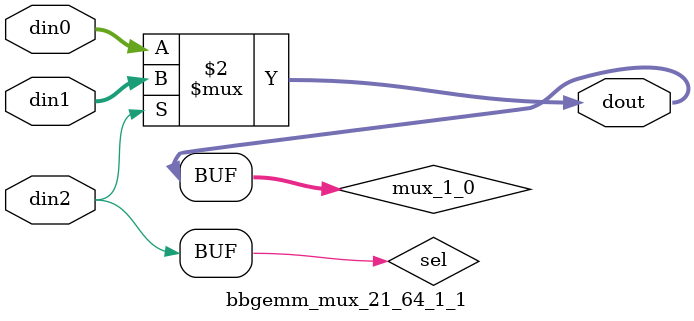
<source format=v>

`timescale 1ns/1ps

module bbgemm_mux_21_64_1_1 #(
parameter
    ID                = 0,
    NUM_STAGE         = 1,
    din0_WIDTH       = 32,
    din1_WIDTH       = 32,
    din2_WIDTH         = 32,
    dout_WIDTH            = 32
)(
    input  [63 : 0]     din0,
    input  [63 : 0]     din1,
    input  [0 : 0]    din2,
    output [63 : 0]   dout);

// puts internal signals
wire [0 : 0]     sel;
// level 1 signals
wire [63 : 0]         mux_1_0;

assign sel = din2;

// Generate level 1 logic
assign mux_1_0 = (sel[0] == 0)? din0 : din1;

// output logic
assign dout = mux_1_0;

endmodule

</source>
